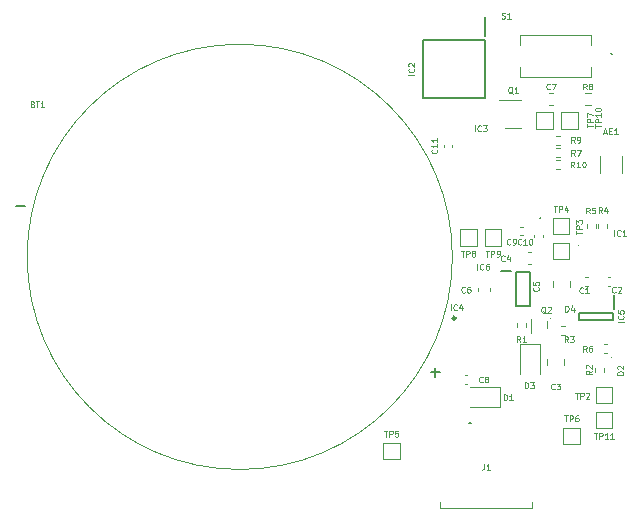
<source format=gbr>
%TF.GenerationSoftware,KiCad,Pcbnew,(6.0.0)*%
%TF.CreationDate,2022-02-22T11:37:22+00:00*%
%TF.ProjectId,Tracer,54726163-6572-42e6-9b69-6361645f7063,A*%
%TF.SameCoordinates,Original*%
%TF.FileFunction,Legend,Top*%
%TF.FilePolarity,Positive*%
%FSLAX46Y46*%
G04 Gerber Fmt 4.6, Leading zero omitted, Abs format (unit mm)*
G04 Created by KiCad (PCBNEW (6.0.0)) date 2022-02-22 11:37:22*
%MOMM*%
%LPD*%
G01*
G04 APERTURE LIST*
%ADD10C,0.075000*%
%ADD11C,0.150000*%
%ADD12C,0.120000*%
%ADD13C,0.027000*%
%ADD14C,0.200000*%
%ADD15C,0.100000*%
%ADD16C,0.250000*%
G04 APERTURE END LIST*
D10*
%TO.C,R10*%
X175778571Y-88726190D02*
X175611904Y-88488095D01*
X175492857Y-88726190D02*
X175492857Y-88226190D01*
X175683333Y-88226190D01*
X175730952Y-88250000D01*
X175754761Y-88273809D01*
X175778571Y-88321428D01*
X175778571Y-88392857D01*
X175754761Y-88440476D01*
X175730952Y-88464285D01*
X175683333Y-88488095D01*
X175492857Y-88488095D01*
X176254761Y-88726190D02*
X175969047Y-88726190D01*
X176111904Y-88726190D02*
X176111904Y-88226190D01*
X176064285Y-88297619D01*
X176016666Y-88345238D01*
X175969047Y-88369047D01*
X176564285Y-88226190D02*
X176611904Y-88226190D01*
X176659523Y-88250000D01*
X176683333Y-88273809D01*
X176707142Y-88321428D01*
X176730952Y-88416666D01*
X176730952Y-88535714D01*
X176707142Y-88630952D01*
X176683333Y-88678571D01*
X176659523Y-88702380D01*
X176611904Y-88726190D01*
X176564285Y-88726190D01*
X176516666Y-88702380D01*
X176492857Y-88678571D01*
X176469047Y-88630952D01*
X176445238Y-88535714D01*
X176445238Y-88416666D01*
X176469047Y-88321428D01*
X176492857Y-88273809D01*
X176516666Y-88250000D01*
X176564285Y-88226190D01*
%TO.C,C1*%
X176516666Y-99328571D02*
X176492857Y-99352380D01*
X176421428Y-99376190D01*
X176373809Y-99376190D01*
X176302380Y-99352380D01*
X176254761Y-99304761D01*
X176230952Y-99257142D01*
X176207142Y-99161904D01*
X176207142Y-99090476D01*
X176230952Y-98995238D01*
X176254761Y-98947619D01*
X176302380Y-98900000D01*
X176373809Y-98876190D01*
X176421428Y-98876190D01*
X176492857Y-98900000D01*
X176516666Y-98923809D01*
X176992857Y-99376190D02*
X176707142Y-99376190D01*
X176850000Y-99376190D02*
X176850000Y-98876190D01*
X176802380Y-98947619D01*
X176754761Y-98995238D01*
X176707142Y-99019047D01*
%TO.C,BT1*%
X129907142Y-83364285D02*
X129978571Y-83388095D01*
X130002380Y-83411904D01*
X130026190Y-83459523D01*
X130026190Y-83530952D01*
X130002380Y-83578571D01*
X129978571Y-83602380D01*
X129930952Y-83626190D01*
X129740476Y-83626190D01*
X129740476Y-83126190D01*
X129907142Y-83126190D01*
X129954761Y-83150000D01*
X129978571Y-83173809D01*
X130002380Y-83221428D01*
X130002380Y-83269047D01*
X129978571Y-83316666D01*
X129954761Y-83340476D01*
X129907142Y-83364285D01*
X129740476Y-83364285D01*
X130169047Y-83126190D02*
X130454761Y-83126190D01*
X130311904Y-83626190D02*
X130311904Y-83126190D01*
X130883333Y-83626190D02*
X130597619Y-83626190D01*
X130740476Y-83626190D02*
X130740476Y-83126190D01*
X130692857Y-83197619D01*
X130645238Y-83245238D01*
X130597619Y-83269047D01*
D11*
X163619047Y-106071428D02*
X164380952Y-106071428D01*
X164000000Y-106452380D02*
X164000000Y-105690476D01*
X128519047Y-91971428D02*
X129280952Y-91971428D01*
D10*
%TO.C,C5*%
X172728571Y-98883333D02*
X172752380Y-98907142D01*
X172776190Y-98978571D01*
X172776190Y-99026190D01*
X172752380Y-99097619D01*
X172704761Y-99145238D01*
X172657142Y-99169047D01*
X172561904Y-99192857D01*
X172490476Y-99192857D01*
X172395238Y-99169047D01*
X172347619Y-99145238D01*
X172300000Y-99097619D01*
X172276190Y-99026190D01*
X172276190Y-98978571D01*
X172300000Y-98907142D01*
X172323809Y-98883333D01*
X172276190Y-98430952D02*
X172276190Y-98669047D01*
X172514285Y-98692857D01*
X172490476Y-98669047D01*
X172466666Y-98621428D01*
X172466666Y-98502380D01*
X172490476Y-98454761D01*
X172514285Y-98430952D01*
X172561904Y-98407142D01*
X172680952Y-98407142D01*
X172728571Y-98430952D01*
X172752380Y-98454761D01*
X172776190Y-98502380D01*
X172776190Y-98621428D01*
X172752380Y-98669047D01*
X172728571Y-98692857D01*
%TO.C,D1*%
X169810952Y-108430190D02*
X169810952Y-107930190D01*
X169930000Y-107930190D01*
X170001428Y-107954000D01*
X170049047Y-108001619D01*
X170072857Y-108049238D01*
X170096666Y-108144476D01*
X170096666Y-108215904D01*
X170072857Y-108311142D01*
X170049047Y-108358761D01*
X170001428Y-108406380D01*
X169930000Y-108430190D01*
X169810952Y-108430190D01*
X170572857Y-108430190D02*
X170287142Y-108430190D01*
X170430000Y-108430190D02*
X170430000Y-107930190D01*
X170382380Y-108001619D01*
X170334761Y-108049238D01*
X170287142Y-108073047D01*
%TO.C,Q2*%
X173352380Y-101073809D02*
X173304761Y-101050000D01*
X173257142Y-101002380D01*
X173185714Y-100930952D01*
X173138095Y-100907142D01*
X173090476Y-100907142D01*
X173114285Y-101026190D02*
X173066666Y-101002380D01*
X173019047Y-100954761D01*
X172995238Y-100859523D01*
X172995238Y-100692857D01*
X173019047Y-100597619D01*
X173066666Y-100550000D01*
X173114285Y-100526190D01*
X173209523Y-100526190D01*
X173257142Y-100550000D01*
X173304761Y-100597619D01*
X173328571Y-100692857D01*
X173328571Y-100859523D01*
X173304761Y-100954761D01*
X173257142Y-101002380D01*
X173209523Y-101026190D01*
X173114285Y-101026190D01*
X173519047Y-100573809D02*
X173542857Y-100550000D01*
X173590476Y-100526190D01*
X173709523Y-100526190D01*
X173757142Y-100550000D01*
X173780952Y-100573809D01*
X173804761Y-100621428D01*
X173804761Y-100669047D01*
X173780952Y-100740476D01*
X173495238Y-101026190D01*
X173804761Y-101026190D01*
%TO.C,R7*%
X175816666Y-87726190D02*
X175650000Y-87488095D01*
X175530952Y-87726190D02*
X175530952Y-87226190D01*
X175721428Y-87226190D01*
X175769047Y-87250000D01*
X175792857Y-87273809D01*
X175816666Y-87321428D01*
X175816666Y-87392857D01*
X175792857Y-87440476D01*
X175769047Y-87464285D01*
X175721428Y-87488095D01*
X175530952Y-87488095D01*
X175983333Y-87226190D02*
X176316666Y-87226190D01*
X176102380Y-87726190D01*
%TO.C,C3*%
X174116666Y-107478571D02*
X174092857Y-107502380D01*
X174021428Y-107526190D01*
X173973809Y-107526190D01*
X173902380Y-107502380D01*
X173854761Y-107454761D01*
X173830952Y-107407142D01*
X173807142Y-107311904D01*
X173807142Y-107240476D01*
X173830952Y-107145238D01*
X173854761Y-107097619D01*
X173902380Y-107050000D01*
X173973809Y-107026190D01*
X174021428Y-107026190D01*
X174092857Y-107050000D01*
X174116666Y-107073809D01*
X174283333Y-107026190D02*
X174592857Y-107026190D01*
X174426190Y-107216666D01*
X174497619Y-107216666D01*
X174545238Y-107240476D01*
X174569047Y-107264285D01*
X174592857Y-107311904D01*
X174592857Y-107430952D01*
X174569047Y-107478571D01*
X174545238Y-107502380D01*
X174497619Y-107526190D01*
X174354761Y-107526190D01*
X174307142Y-107502380D01*
X174283333Y-107478571D01*
%TO.C,IC1*%
X179161904Y-94526190D02*
X179161904Y-94026190D01*
X179685714Y-94478571D02*
X179661904Y-94502380D01*
X179590476Y-94526190D01*
X179542857Y-94526190D01*
X179471428Y-94502380D01*
X179423809Y-94454761D01*
X179400000Y-94407142D01*
X179376190Y-94311904D01*
X179376190Y-94240476D01*
X179400000Y-94145238D01*
X179423809Y-94097619D01*
X179471428Y-94050000D01*
X179542857Y-94026190D01*
X179590476Y-94026190D01*
X179661904Y-94050000D01*
X179685714Y-94073809D01*
X180161904Y-94526190D02*
X179876190Y-94526190D01*
X180019047Y-94526190D02*
X180019047Y-94026190D01*
X179971428Y-94097619D01*
X179923809Y-94145238D01*
X179876190Y-94169047D01*
%TO.C,J1*%
X168133333Y-113825690D02*
X168133333Y-114182833D01*
X168109523Y-114254261D01*
X168061904Y-114301880D01*
X167990476Y-114325690D01*
X167942857Y-114325690D01*
X168633333Y-114325690D02*
X168347619Y-114325690D01*
X168490476Y-114325690D02*
X168490476Y-113825690D01*
X168442857Y-113897119D01*
X168395238Y-113944738D01*
X168347619Y-113968547D01*
%TO.C,IC5*%
X179951190Y-101813095D02*
X179451190Y-101813095D01*
X179903571Y-101289285D02*
X179927380Y-101313095D01*
X179951190Y-101384523D01*
X179951190Y-101432142D01*
X179927380Y-101503571D01*
X179879761Y-101551190D01*
X179832142Y-101575000D01*
X179736904Y-101598809D01*
X179665476Y-101598809D01*
X179570238Y-101575000D01*
X179522619Y-101551190D01*
X179475000Y-101503571D01*
X179451190Y-101432142D01*
X179451190Y-101384523D01*
X179475000Y-101313095D01*
X179498809Y-101289285D01*
X179451190Y-100836904D02*
X179451190Y-101075000D01*
X179689285Y-101098809D01*
X179665476Y-101075000D01*
X179641666Y-101027380D01*
X179641666Y-100908333D01*
X179665476Y-100860714D01*
X179689285Y-100836904D01*
X179736904Y-100813095D01*
X179855952Y-100813095D01*
X179903571Y-100836904D01*
X179927380Y-100860714D01*
X179951190Y-100908333D01*
X179951190Y-101027380D01*
X179927380Y-101075000D01*
X179903571Y-101098809D01*
%TO.C,TP9*%
X168269047Y-95776190D02*
X168554761Y-95776190D01*
X168411904Y-96276190D02*
X168411904Y-95776190D01*
X168721428Y-96276190D02*
X168721428Y-95776190D01*
X168911904Y-95776190D01*
X168959523Y-95800000D01*
X168983333Y-95823809D01*
X169007142Y-95871428D01*
X169007142Y-95942857D01*
X168983333Y-95990476D01*
X168959523Y-96014285D01*
X168911904Y-96038095D01*
X168721428Y-96038095D01*
X169245238Y-96276190D02*
X169340476Y-96276190D01*
X169388095Y-96252380D01*
X169411904Y-96228571D01*
X169459523Y-96157142D01*
X169483333Y-96061904D01*
X169483333Y-95871428D01*
X169459523Y-95823809D01*
X169435714Y-95800000D01*
X169388095Y-95776190D01*
X169292857Y-95776190D01*
X169245238Y-95800000D01*
X169221428Y-95823809D01*
X169197619Y-95871428D01*
X169197619Y-95990476D01*
X169221428Y-96038095D01*
X169245238Y-96061904D01*
X169292857Y-96085714D01*
X169388095Y-96085714D01*
X169435714Y-96061904D01*
X169459523Y-96038095D01*
X169483333Y-95990476D01*
%TO.C,R2*%
X177256190Y-105933333D02*
X177018095Y-106100000D01*
X177256190Y-106219047D02*
X176756190Y-106219047D01*
X176756190Y-106028571D01*
X176780000Y-105980952D01*
X176803809Y-105957142D01*
X176851428Y-105933333D01*
X176922857Y-105933333D01*
X176970476Y-105957142D01*
X176994285Y-105980952D01*
X177018095Y-106028571D01*
X177018095Y-106219047D01*
X176803809Y-105742857D02*
X176780000Y-105719047D01*
X176756190Y-105671428D01*
X176756190Y-105552380D01*
X176780000Y-105504761D01*
X176803809Y-105480952D01*
X176851428Y-105457142D01*
X176899047Y-105457142D01*
X176970476Y-105480952D01*
X177256190Y-105766666D01*
X177256190Y-105457142D01*
%TO.C,C10*%
X171278571Y-95228571D02*
X171254761Y-95252380D01*
X171183333Y-95276190D01*
X171135714Y-95276190D01*
X171064285Y-95252380D01*
X171016666Y-95204761D01*
X170992857Y-95157142D01*
X170969047Y-95061904D01*
X170969047Y-94990476D01*
X170992857Y-94895238D01*
X171016666Y-94847619D01*
X171064285Y-94800000D01*
X171135714Y-94776190D01*
X171183333Y-94776190D01*
X171254761Y-94800000D01*
X171278571Y-94823809D01*
X171754761Y-95276190D02*
X171469047Y-95276190D01*
X171611904Y-95276190D02*
X171611904Y-94776190D01*
X171564285Y-94847619D01*
X171516666Y-94895238D01*
X171469047Y-94919047D01*
X172064285Y-94776190D02*
X172111904Y-94776190D01*
X172159523Y-94800000D01*
X172183333Y-94823809D01*
X172207142Y-94871428D01*
X172230952Y-94966666D01*
X172230952Y-95085714D01*
X172207142Y-95180952D01*
X172183333Y-95228571D01*
X172159523Y-95252380D01*
X172111904Y-95276190D01*
X172064285Y-95276190D01*
X172016666Y-95252380D01*
X171992857Y-95228571D01*
X171969047Y-95180952D01*
X171945238Y-95085714D01*
X171945238Y-94966666D01*
X171969047Y-94871428D01*
X171992857Y-94823809D01*
X172016666Y-94800000D01*
X172064285Y-94776190D01*
%TO.C,TP3*%
X175926190Y-94380952D02*
X175926190Y-94095238D01*
X176426190Y-94238095D02*
X175926190Y-94238095D01*
X176426190Y-93928571D02*
X175926190Y-93928571D01*
X175926190Y-93738095D01*
X175950000Y-93690476D01*
X175973809Y-93666666D01*
X176021428Y-93642857D01*
X176092857Y-93642857D01*
X176140476Y-93666666D01*
X176164285Y-93690476D01*
X176188095Y-93738095D01*
X176188095Y-93928571D01*
X175926190Y-93476190D02*
X175926190Y-93166666D01*
X176116666Y-93333333D01*
X176116666Y-93261904D01*
X176140476Y-93214285D01*
X176164285Y-93190476D01*
X176211904Y-93166666D01*
X176330952Y-93166666D01*
X176378571Y-93190476D01*
X176402380Y-93214285D01*
X176426190Y-93261904D01*
X176426190Y-93404761D01*
X176402380Y-93452380D01*
X176378571Y-93476190D01*
%TO.C,IC6*%
X167561904Y-97376190D02*
X167561904Y-96876190D01*
X168085714Y-97328571D02*
X168061904Y-97352380D01*
X167990476Y-97376190D01*
X167942857Y-97376190D01*
X167871428Y-97352380D01*
X167823809Y-97304761D01*
X167800000Y-97257142D01*
X167776190Y-97161904D01*
X167776190Y-97090476D01*
X167800000Y-96995238D01*
X167823809Y-96947619D01*
X167871428Y-96900000D01*
X167942857Y-96876190D01*
X167990476Y-96876190D01*
X168061904Y-96900000D01*
X168085714Y-96923809D01*
X168514285Y-96876190D02*
X168419047Y-96876190D01*
X168371428Y-96900000D01*
X168347619Y-96923809D01*
X168300000Y-96995238D01*
X168276190Y-97090476D01*
X168276190Y-97280952D01*
X168300000Y-97328571D01*
X168323809Y-97352380D01*
X168371428Y-97376190D01*
X168466666Y-97376190D01*
X168514285Y-97352380D01*
X168538095Y-97328571D01*
X168561904Y-97280952D01*
X168561904Y-97161904D01*
X168538095Y-97114285D01*
X168514285Y-97090476D01*
X168466666Y-97066666D01*
X168371428Y-97066666D01*
X168323809Y-97090476D01*
X168300000Y-97114285D01*
X168276190Y-97161904D01*
%TO.C,R4*%
X178116666Y-92576190D02*
X177950000Y-92338095D01*
X177830952Y-92576190D02*
X177830952Y-92076190D01*
X178021428Y-92076190D01*
X178069047Y-92100000D01*
X178092857Y-92123809D01*
X178116666Y-92171428D01*
X178116666Y-92242857D01*
X178092857Y-92290476D01*
X178069047Y-92314285D01*
X178021428Y-92338095D01*
X177830952Y-92338095D01*
X178545238Y-92242857D02*
X178545238Y-92576190D01*
X178426190Y-92052380D02*
X178307142Y-92409523D01*
X178616666Y-92409523D01*
%TO.C,R6*%
X176816666Y-104326190D02*
X176650000Y-104088095D01*
X176530952Y-104326190D02*
X176530952Y-103826190D01*
X176721428Y-103826190D01*
X176769047Y-103850000D01*
X176792857Y-103873809D01*
X176816666Y-103921428D01*
X176816666Y-103992857D01*
X176792857Y-104040476D01*
X176769047Y-104064285D01*
X176721428Y-104088095D01*
X176530952Y-104088095D01*
X177245238Y-103826190D02*
X177150000Y-103826190D01*
X177102380Y-103850000D01*
X177078571Y-103873809D01*
X177030952Y-103945238D01*
X177007142Y-104040476D01*
X177007142Y-104230952D01*
X177030952Y-104278571D01*
X177054761Y-104302380D01*
X177102380Y-104326190D01*
X177197619Y-104326190D01*
X177245238Y-104302380D01*
X177269047Y-104278571D01*
X177292857Y-104230952D01*
X177292857Y-104111904D01*
X177269047Y-104064285D01*
X177245238Y-104040476D01*
X177197619Y-104016666D01*
X177102380Y-104016666D01*
X177054761Y-104040476D01*
X177030952Y-104064285D01*
X177007142Y-104111904D01*
%TO.C,TP11*%
X177430952Y-111201190D02*
X177716666Y-111201190D01*
X177573809Y-111701190D02*
X177573809Y-111201190D01*
X177883333Y-111701190D02*
X177883333Y-111201190D01*
X178073809Y-111201190D01*
X178121428Y-111225000D01*
X178145238Y-111248809D01*
X178169047Y-111296428D01*
X178169047Y-111367857D01*
X178145238Y-111415476D01*
X178121428Y-111439285D01*
X178073809Y-111463095D01*
X177883333Y-111463095D01*
X178645238Y-111701190D02*
X178359523Y-111701190D01*
X178502380Y-111701190D02*
X178502380Y-111201190D01*
X178454761Y-111272619D01*
X178407142Y-111320238D01*
X178359523Y-111344047D01*
X179121428Y-111701190D02*
X178835714Y-111701190D01*
X178978571Y-111701190D02*
X178978571Y-111201190D01*
X178930952Y-111272619D01*
X178883333Y-111320238D01*
X178835714Y-111344047D01*
%TO.C,TP6*%
X174919047Y-109728190D02*
X175204761Y-109728190D01*
X175061904Y-110228190D02*
X175061904Y-109728190D01*
X175371428Y-110228190D02*
X175371428Y-109728190D01*
X175561904Y-109728190D01*
X175609523Y-109752000D01*
X175633333Y-109775809D01*
X175657142Y-109823428D01*
X175657142Y-109894857D01*
X175633333Y-109942476D01*
X175609523Y-109966285D01*
X175561904Y-109990095D01*
X175371428Y-109990095D01*
X176085714Y-109728190D02*
X175990476Y-109728190D01*
X175942857Y-109752000D01*
X175919047Y-109775809D01*
X175871428Y-109847238D01*
X175847619Y-109942476D01*
X175847619Y-110132952D01*
X175871428Y-110180571D01*
X175895238Y-110204380D01*
X175942857Y-110228190D01*
X176038095Y-110228190D01*
X176085714Y-110204380D01*
X176109523Y-110180571D01*
X176133333Y-110132952D01*
X176133333Y-110013904D01*
X176109523Y-109966285D01*
X176085714Y-109942476D01*
X176038095Y-109918666D01*
X175942857Y-109918666D01*
X175895238Y-109942476D01*
X175871428Y-109966285D01*
X175847619Y-110013904D01*
%TO.C,TP8*%
X166169047Y-95776190D02*
X166454761Y-95776190D01*
X166311904Y-96276190D02*
X166311904Y-95776190D01*
X166621428Y-96276190D02*
X166621428Y-95776190D01*
X166811904Y-95776190D01*
X166859523Y-95800000D01*
X166883333Y-95823809D01*
X166907142Y-95871428D01*
X166907142Y-95942857D01*
X166883333Y-95990476D01*
X166859523Y-96014285D01*
X166811904Y-96038095D01*
X166621428Y-96038095D01*
X167192857Y-95990476D02*
X167145238Y-95966666D01*
X167121428Y-95942857D01*
X167097619Y-95895238D01*
X167097619Y-95871428D01*
X167121428Y-95823809D01*
X167145238Y-95800000D01*
X167192857Y-95776190D01*
X167288095Y-95776190D01*
X167335714Y-95800000D01*
X167359523Y-95823809D01*
X167383333Y-95871428D01*
X167383333Y-95895238D01*
X167359523Y-95942857D01*
X167335714Y-95966666D01*
X167288095Y-95990476D01*
X167192857Y-95990476D01*
X167145238Y-96014285D01*
X167121428Y-96038095D01*
X167097619Y-96085714D01*
X167097619Y-96180952D01*
X167121428Y-96228571D01*
X167145238Y-96252380D01*
X167192857Y-96276190D01*
X167288095Y-96276190D01*
X167335714Y-96252380D01*
X167359523Y-96228571D01*
X167383333Y-96180952D01*
X167383333Y-96085714D01*
X167359523Y-96038095D01*
X167335714Y-96014285D01*
X167288095Y-95990476D01*
%TO.C,R3*%
X175241666Y-103526190D02*
X175075000Y-103288095D01*
X174955952Y-103526190D02*
X174955952Y-103026190D01*
X175146428Y-103026190D01*
X175194047Y-103050000D01*
X175217857Y-103073809D01*
X175241666Y-103121428D01*
X175241666Y-103192857D01*
X175217857Y-103240476D01*
X175194047Y-103264285D01*
X175146428Y-103288095D01*
X174955952Y-103288095D01*
X175408333Y-103026190D02*
X175717857Y-103026190D01*
X175551190Y-103216666D01*
X175622619Y-103216666D01*
X175670238Y-103240476D01*
X175694047Y-103264285D01*
X175717857Y-103311904D01*
X175717857Y-103430952D01*
X175694047Y-103478571D01*
X175670238Y-103502380D01*
X175622619Y-103526190D01*
X175479761Y-103526190D01*
X175432142Y-103502380D01*
X175408333Y-103478571D01*
%TO.C,C2*%
X179266666Y-99278571D02*
X179242857Y-99302380D01*
X179171428Y-99326190D01*
X179123809Y-99326190D01*
X179052380Y-99302380D01*
X179004761Y-99254761D01*
X178980952Y-99207142D01*
X178957142Y-99111904D01*
X178957142Y-99040476D01*
X178980952Y-98945238D01*
X179004761Y-98897619D01*
X179052380Y-98850000D01*
X179123809Y-98826190D01*
X179171428Y-98826190D01*
X179242857Y-98850000D01*
X179266666Y-98873809D01*
X179457142Y-98873809D02*
X179480952Y-98850000D01*
X179528571Y-98826190D01*
X179647619Y-98826190D01*
X179695238Y-98850000D01*
X179719047Y-98873809D01*
X179742857Y-98921428D01*
X179742857Y-98969047D01*
X179719047Y-99040476D01*
X179433333Y-99326190D01*
X179742857Y-99326190D01*
%TO.C,S1*%
X169619047Y-76102380D02*
X169690476Y-76126190D01*
X169809523Y-76126190D01*
X169857142Y-76102380D01*
X169880952Y-76078571D01*
X169904761Y-76030952D01*
X169904761Y-75983333D01*
X169880952Y-75935714D01*
X169857142Y-75911904D01*
X169809523Y-75888095D01*
X169714285Y-75864285D01*
X169666666Y-75840476D01*
X169642857Y-75816666D01*
X169619047Y-75769047D01*
X169619047Y-75721428D01*
X169642857Y-75673809D01*
X169666666Y-75650000D01*
X169714285Y-75626190D01*
X169833333Y-75626190D01*
X169904761Y-75650000D01*
X170380952Y-76126190D02*
X170095238Y-76126190D01*
X170238095Y-76126190D02*
X170238095Y-75626190D01*
X170190476Y-75697619D01*
X170142857Y-75745238D01*
X170095238Y-75769047D01*
%TO.C,D3*%
X171605952Y-107426190D02*
X171605952Y-106926190D01*
X171725000Y-106926190D01*
X171796428Y-106950000D01*
X171844047Y-106997619D01*
X171867857Y-107045238D01*
X171891666Y-107140476D01*
X171891666Y-107211904D01*
X171867857Y-107307142D01*
X171844047Y-107354761D01*
X171796428Y-107402380D01*
X171725000Y-107426190D01*
X171605952Y-107426190D01*
X172058333Y-106926190D02*
X172367857Y-106926190D01*
X172201190Y-107116666D01*
X172272619Y-107116666D01*
X172320238Y-107140476D01*
X172344047Y-107164285D01*
X172367857Y-107211904D01*
X172367857Y-107330952D01*
X172344047Y-107378571D01*
X172320238Y-107402380D01*
X172272619Y-107426190D01*
X172129761Y-107426190D01*
X172082142Y-107402380D01*
X172058333Y-107378571D01*
%TO.C,C4*%
X169866666Y-96628571D02*
X169842857Y-96652380D01*
X169771428Y-96676190D01*
X169723809Y-96676190D01*
X169652380Y-96652380D01*
X169604761Y-96604761D01*
X169580952Y-96557142D01*
X169557142Y-96461904D01*
X169557142Y-96390476D01*
X169580952Y-96295238D01*
X169604761Y-96247619D01*
X169652380Y-96200000D01*
X169723809Y-96176190D01*
X169771428Y-96176190D01*
X169842857Y-96200000D01*
X169866666Y-96223809D01*
X170295238Y-96342857D02*
X170295238Y-96676190D01*
X170176190Y-96152380D02*
X170057142Y-96509523D01*
X170366666Y-96509523D01*
%TO.C,R1*%
X171216666Y-103526190D02*
X171050000Y-103288095D01*
X170930952Y-103526190D02*
X170930952Y-103026190D01*
X171121428Y-103026190D01*
X171169047Y-103050000D01*
X171192857Y-103073809D01*
X171216666Y-103121428D01*
X171216666Y-103192857D01*
X171192857Y-103240476D01*
X171169047Y-103264285D01*
X171121428Y-103288095D01*
X170930952Y-103288095D01*
X171692857Y-103526190D02*
X171407142Y-103526190D01*
X171550000Y-103526190D02*
X171550000Y-103026190D01*
X171502380Y-103097619D01*
X171454761Y-103145238D01*
X171407142Y-103169047D01*
%TO.C,IC4*%
X165311904Y-100826190D02*
X165311904Y-100326190D01*
X165835714Y-100778571D02*
X165811904Y-100802380D01*
X165740476Y-100826190D01*
X165692857Y-100826190D01*
X165621428Y-100802380D01*
X165573809Y-100754761D01*
X165550000Y-100707142D01*
X165526190Y-100611904D01*
X165526190Y-100540476D01*
X165550000Y-100445238D01*
X165573809Y-100397619D01*
X165621428Y-100350000D01*
X165692857Y-100326190D01*
X165740476Y-100326190D01*
X165811904Y-100350000D01*
X165835714Y-100373809D01*
X166264285Y-100492857D02*
X166264285Y-100826190D01*
X166145238Y-100302380D02*
X166026190Y-100659523D01*
X166335714Y-100659523D01*
%TO.C,TP10*%
X177526190Y-85369047D02*
X177526190Y-85083333D01*
X178026190Y-85226190D02*
X177526190Y-85226190D01*
X178026190Y-84916666D02*
X177526190Y-84916666D01*
X177526190Y-84726190D01*
X177550000Y-84678571D01*
X177573809Y-84654761D01*
X177621428Y-84630952D01*
X177692857Y-84630952D01*
X177740476Y-84654761D01*
X177764285Y-84678571D01*
X177788095Y-84726190D01*
X177788095Y-84916666D01*
X178026190Y-84154761D02*
X178026190Y-84440476D01*
X178026190Y-84297619D02*
X177526190Y-84297619D01*
X177597619Y-84345238D01*
X177645238Y-84392857D01*
X177669047Y-84440476D01*
X177526190Y-83845238D02*
X177526190Y-83797619D01*
X177550000Y-83750000D01*
X177573809Y-83726190D01*
X177621428Y-83702380D01*
X177716666Y-83678571D01*
X177835714Y-83678571D01*
X177930952Y-83702380D01*
X177978571Y-83726190D01*
X178002380Y-83750000D01*
X178026190Y-83797619D01*
X178026190Y-83845238D01*
X178002380Y-83892857D01*
X177978571Y-83916666D01*
X177930952Y-83940476D01*
X177835714Y-83964285D01*
X177716666Y-83964285D01*
X177621428Y-83940476D01*
X177573809Y-83916666D01*
X177550000Y-83892857D01*
X177526190Y-83845238D01*
%TO.C,AE1*%
X178266666Y-85783333D02*
X178504761Y-85783333D01*
X178219047Y-85926190D02*
X178385714Y-85426190D01*
X178552380Y-85926190D01*
X178719047Y-85664285D02*
X178885714Y-85664285D01*
X178957142Y-85926190D02*
X178719047Y-85926190D01*
X178719047Y-85426190D01*
X178957142Y-85426190D01*
X179433333Y-85926190D02*
X179147619Y-85926190D01*
X179290476Y-85926190D02*
X179290476Y-85426190D01*
X179242857Y-85497619D01*
X179195238Y-85545238D01*
X179147619Y-85569047D01*
%TO.C,R9*%
X175816666Y-86626190D02*
X175650000Y-86388095D01*
X175530952Y-86626190D02*
X175530952Y-86126190D01*
X175721428Y-86126190D01*
X175769047Y-86150000D01*
X175792857Y-86173809D01*
X175816666Y-86221428D01*
X175816666Y-86292857D01*
X175792857Y-86340476D01*
X175769047Y-86364285D01*
X175721428Y-86388095D01*
X175530952Y-86388095D01*
X176054761Y-86626190D02*
X176150000Y-86626190D01*
X176197619Y-86602380D01*
X176221428Y-86578571D01*
X176269047Y-86507142D01*
X176292857Y-86411904D01*
X176292857Y-86221428D01*
X176269047Y-86173809D01*
X176245238Y-86150000D01*
X176197619Y-86126190D01*
X176102380Y-86126190D01*
X176054761Y-86150000D01*
X176030952Y-86173809D01*
X176007142Y-86221428D01*
X176007142Y-86340476D01*
X176030952Y-86388095D01*
X176054761Y-86411904D01*
X176102380Y-86435714D01*
X176197619Y-86435714D01*
X176245238Y-86411904D01*
X176269047Y-86388095D01*
X176292857Y-86340476D01*
%TO.C,Q1*%
X170552380Y-82473809D02*
X170504761Y-82450000D01*
X170457142Y-82402380D01*
X170385714Y-82330952D01*
X170338095Y-82307142D01*
X170290476Y-82307142D01*
X170314285Y-82426190D02*
X170266666Y-82402380D01*
X170219047Y-82354761D01*
X170195238Y-82259523D01*
X170195238Y-82092857D01*
X170219047Y-81997619D01*
X170266666Y-81950000D01*
X170314285Y-81926190D01*
X170409523Y-81926190D01*
X170457142Y-81950000D01*
X170504761Y-81997619D01*
X170528571Y-82092857D01*
X170528571Y-82259523D01*
X170504761Y-82354761D01*
X170457142Y-82402380D01*
X170409523Y-82426190D01*
X170314285Y-82426190D01*
X171004761Y-82426190D02*
X170719047Y-82426190D01*
X170861904Y-82426190D02*
X170861904Y-81926190D01*
X170814285Y-81997619D01*
X170766666Y-82045238D01*
X170719047Y-82069047D01*
%TO.C,IC3*%
X167361904Y-85676190D02*
X167361904Y-85176190D01*
X167885714Y-85628571D02*
X167861904Y-85652380D01*
X167790476Y-85676190D01*
X167742857Y-85676190D01*
X167671428Y-85652380D01*
X167623809Y-85604761D01*
X167600000Y-85557142D01*
X167576190Y-85461904D01*
X167576190Y-85390476D01*
X167600000Y-85295238D01*
X167623809Y-85247619D01*
X167671428Y-85200000D01*
X167742857Y-85176190D01*
X167790476Y-85176190D01*
X167861904Y-85200000D01*
X167885714Y-85223809D01*
X168052380Y-85176190D02*
X168361904Y-85176190D01*
X168195238Y-85366666D01*
X168266666Y-85366666D01*
X168314285Y-85390476D01*
X168338095Y-85414285D01*
X168361904Y-85461904D01*
X168361904Y-85580952D01*
X168338095Y-85628571D01*
X168314285Y-85652380D01*
X168266666Y-85676190D01*
X168123809Y-85676190D01*
X168076190Y-85652380D01*
X168052380Y-85628571D01*
%TO.C,C6*%
X166516666Y-99278571D02*
X166492857Y-99302380D01*
X166421428Y-99326190D01*
X166373809Y-99326190D01*
X166302380Y-99302380D01*
X166254761Y-99254761D01*
X166230952Y-99207142D01*
X166207142Y-99111904D01*
X166207142Y-99040476D01*
X166230952Y-98945238D01*
X166254761Y-98897619D01*
X166302380Y-98850000D01*
X166373809Y-98826190D01*
X166421428Y-98826190D01*
X166492857Y-98850000D01*
X166516666Y-98873809D01*
X166945238Y-98826190D02*
X166850000Y-98826190D01*
X166802380Y-98850000D01*
X166778571Y-98873809D01*
X166730952Y-98945238D01*
X166707142Y-99040476D01*
X166707142Y-99230952D01*
X166730952Y-99278571D01*
X166754761Y-99302380D01*
X166802380Y-99326190D01*
X166897619Y-99326190D01*
X166945238Y-99302380D01*
X166969047Y-99278571D01*
X166992857Y-99230952D01*
X166992857Y-99111904D01*
X166969047Y-99064285D01*
X166945238Y-99040476D01*
X166897619Y-99016666D01*
X166802380Y-99016666D01*
X166754761Y-99040476D01*
X166730952Y-99064285D01*
X166707142Y-99111904D01*
%TO.C,TP5*%
X159669047Y-111028190D02*
X159954761Y-111028190D01*
X159811904Y-111528190D02*
X159811904Y-111028190D01*
X160121428Y-111528190D02*
X160121428Y-111028190D01*
X160311904Y-111028190D01*
X160359523Y-111052000D01*
X160383333Y-111075809D01*
X160407142Y-111123428D01*
X160407142Y-111194857D01*
X160383333Y-111242476D01*
X160359523Y-111266285D01*
X160311904Y-111290095D01*
X160121428Y-111290095D01*
X160859523Y-111028190D02*
X160621428Y-111028190D01*
X160597619Y-111266285D01*
X160621428Y-111242476D01*
X160669047Y-111218666D01*
X160788095Y-111218666D01*
X160835714Y-111242476D01*
X160859523Y-111266285D01*
X160883333Y-111313904D01*
X160883333Y-111432952D01*
X160859523Y-111480571D01*
X160835714Y-111504380D01*
X160788095Y-111528190D01*
X160669047Y-111528190D01*
X160621428Y-111504380D01*
X160597619Y-111480571D01*
%TO.C,C7*%
X173716666Y-82078571D02*
X173692857Y-82102380D01*
X173621428Y-82126190D01*
X173573809Y-82126190D01*
X173502380Y-82102380D01*
X173454761Y-82054761D01*
X173430952Y-82007142D01*
X173407142Y-81911904D01*
X173407142Y-81840476D01*
X173430952Y-81745238D01*
X173454761Y-81697619D01*
X173502380Y-81650000D01*
X173573809Y-81626190D01*
X173621428Y-81626190D01*
X173692857Y-81650000D01*
X173716666Y-81673809D01*
X173883333Y-81626190D02*
X174216666Y-81626190D01*
X174002380Y-82126190D01*
%TO.C,IC2*%
X162226190Y-80888095D02*
X161726190Y-80888095D01*
X162178571Y-80364285D02*
X162202380Y-80388095D01*
X162226190Y-80459523D01*
X162226190Y-80507142D01*
X162202380Y-80578571D01*
X162154761Y-80626190D01*
X162107142Y-80650000D01*
X162011904Y-80673809D01*
X161940476Y-80673809D01*
X161845238Y-80650000D01*
X161797619Y-80626190D01*
X161750000Y-80578571D01*
X161726190Y-80507142D01*
X161726190Y-80459523D01*
X161750000Y-80388095D01*
X161773809Y-80364285D01*
X161773809Y-80173809D02*
X161750000Y-80150000D01*
X161726190Y-80102380D01*
X161726190Y-79983333D01*
X161750000Y-79935714D01*
X161773809Y-79911904D01*
X161821428Y-79888095D01*
X161869047Y-79888095D01*
X161940476Y-79911904D01*
X162226190Y-80197619D01*
X162226190Y-79888095D01*
%TO.C,R5*%
X177066666Y-92626190D02*
X176900000Y-92388095D01*
X176780952Y-92626190D02*
X176780952Y-92126190D01*
X176971428Y-92126190D01*
X177019047Y-92150000D01*
X177042857Y-92173809D01*
X177066666Y-92221428D01*
X177066666Y-92292857D01*
X177042857Y-92340476D01*
X177019047Y-92364285D01*
X176971428Y-92388095D01*
X176780952Y-92388095D01*
X177519047Y-92126190D02*
X177280952Y-92126190D01*
X177257142Y-92364285D01*
X177280952Y-92340476D01*
X177328571Y-92316666D01*
X177447619Y-92316666D01*
X177495238Y-92340476D01*
X177519047Y-92364285D01*
X177542857Y-92411904D01*
X177542857Y-92530952D01*
X177519047Y-92578571D01*
X177495238Y-92602380D01*
X177447619Y-92626190D01*
X177328571Y-92626190D01*
X177280952Y-92602380D01*
X177257142Y-92578571D01*
%TO.C,C8*%
X168016666Y-106888571D02*
X167992857Y-106912380D01*
X167921428Y-106936190D01*
X167873809Y-106936190D01*
X167802380Y-106912380D01*
X167754761Y-106864761D01*
X167730952Y-106817142D01*
X167707142Y-106721904D01*
X167707142Y-106650476D01*
X167730952Y-106555238D01*
X167754761Y-106507619D01*
X167802380Y-106460000D01*
X167873809Y-106436190D01*
X167921428Y-106436190D01*
X167992857Y-106460000D01*
X168016666Y-106483809D01*
X168302380Y-106650476D02*
X168254761Y-106626666D01*
X168230952Y-106602857D01*
X168207142Y-106555238D01*
X168207142Y-106531428D01*
X168230952Y-106483809D01*
X168254761Y-106460000D01*
X168302380Y-106436190D01*
X168397619Y-106436190D01*
X168445238Y-106460000D01*
X168469047Y-106483809D01*
X168492857Y-106531428D01*
X168492857Y-106555238D01*
X168469047Y-106602857D01*
X168445238Y-106626666D01*
X168397619Y-106650476D01*
X168302380Y-106650476D01*
X168254761Y-106674285D01*
X168230952Y-106698095D01*
X168207142Y-106745714D01*
X168207142Y-106840952D01*
X168230952Y-106888571D01*
X168254761Y-106912380D01*
X168302380Y-106936190D01*
X168397619Y-106936190D01*
X168445238Y-106912380D01*
X168469047Y-106888571D01*
X168492857Y-106840952D01*
X168492857Y-106745714D01*
X168469047Y-106698095D01*
X168445238Y-106674285D01*
X168397619Y-106650476D01*
%TO.C,TP7*%
X176826190Y-85330952D02*
X176826190Y-85045238D01*
X177326190Y-85188095D02*
X176826190Y-85188095D01*
X177326190Y-84878571D02*
X176826190Y-84878571D01*
X176826190Y-84688095D01*
X176850000Y-84640476D01*
X176873809Y-84616666D01*
X176921428Y-84592857D01*
X176992857Y-84592857D01*
X177040476Y-84616666D01*
X177064285Y-84640476D01*
X177088095Y-84688095D01*
X177088095Y-84878571D01*
X176826190Y-84426190D02*
X176826190Y-84092857D01*
X177326190Y-84307142D01*
%TO.C,TP4*%
X174019047Y-91978190D02*
X174304761Y-91978190D01*
X174161904Y-92478190D02*
X174161904Y-91978190D01*
X174471428Y-92478190D02*
X174471428Y-91978190D01*
X174661904Y-91978190D01*
X174709523Y-92002000D01*
X174733333Y-92025809D01*
X174757142Y-92073428D01*
X174757142Y-92144857D01*
X174733333Y-92192476D01*
X174709523Y-92216285D01*
X174661904Y-92240095D01*
X174471428Y-92240095D01*
X175185714Y-92144857D02*
X175185714Y-92478190D01*
X175066666Y-91954380D02*
X174947619Y-92311523D01*
X175257142Y-92311523D01*
%TO.C,R8*%
X176816666Y-82126190D02*
X176650000Y-81888095D01*
X176530952Y-82126190D02*
X176530952Y-81626190D01*
X176721428Y-81626190D01*
X176769047Y-81650000D01*
X176792857Y-81673809D01*
X176816666Y-81721428D01*
X176816666Y-81792857D01*
X176792857Y-81840476D01*
X176769047Y-81864285D01*
X176721428Y-81888095D01*
X176530952Y-81888095D01*
X177102380Y-81840476D02*
X177054761Y-81816666D01*
X177030952Y-81792857D01*
X177007142Y-81745238D01*
X177007142Y-81721428D01*
X177030952Y-81673809D01*
X177054761Y-81650000D01*
X177102380Y-81626190D01*
X177197619Y-81626190D01*
X177245238Y-81650000D01*
X177269047Y-81673809D01*
X177292857Y-81721428D01*
X177292857Y-81745238D01*
X177269047Y-81792857D01*
X177245238Y-81816666D01*
X177197619Y-81840476D01*
X177102380Y-81840476D01*
X177054761Y-81864285D01*
X177030952Y-81888095D01*
X177007142Y-81935714D01*
X177007142Y-82030952D01*
X177030952Y-82078571D01*
X177054761Y-82102380D01*
X177102380Y-82126190D01*
X177197619Y-82126190D01*
X177245238Y-82102380D01*
X177269047Y-82078571D01*
X177292857Y-82030952D01*
X177292857Y-81935714D01*
X177269047Y-81888095D01*
X177245238Y-81864285D01*
X177197619Y-81840476D01*
%TO.C,D2*%
X179926190Y-106269047D02*
X179426190Y-106269047D01*
X179426190Y-106150000D01*
X179450000Y-106078571D01*
X179497619Y-106030952D01*
X179545238Y-106007142D01*
X179640476Y-105983333D01*
X179711904Y-105983333D01*
X179807142Y-106007142D01*
X179854761Y-106030952D01*
X179902380Y-106078571D01*
X179926190Y-106150000D01*
X179926190Y-106269047D01*
X179473809Y-105792857D02*
X179450000Y-105769047D01*
X179426190Y-105721428D01*
X179426190Y-105602380D01*
X179450000Y-105554761D01*
X179473809Y-105530952D01*
X179521428Y-105507142D01*
X179569047Y-105507142D01*
X179640476Y-105530952D01*
X179926190Y-105816666D01*
X179926190Y-105507142D01*
%TO.C,D4*%
X175005952Y-100926190D02*
X175005952Y-100426190D01*
X175125000Y-100426190D01*
X175196428Y-100450000D01*
X175244047Y-100497619D01*
X175267857Y-100545238D01*
X175291666Y-100640476D01*
X175291666Y-100711904D01*
X175267857Y-100807142D01*
X175244047Y-100854761D01*
X175196428Y-100902380D01*
X175125000Y-100926190D01*
X175005952Y-100926190D01*
X175720238Y-100592857D02*
X175720238Y-100926190D01*
X175601190Y-100402380D02*
X175482142Y-100759523D01*
X175791666Y-100759523D01*
%TO.C,TP2*%
X175844047Y-107801190D02*
X176129761Y-107801190D01*
X175986904Y-108301190D02*
X175986904Y-107801190D01*
X176296428Y-108301190D02*
X176296428Y-107801190D01*
X176486904Y-107801190D01*
X176534523Y-107825000D01*
X176558333Y-107848809D01*
X176582142Y-107896428D01*
X176582142Y-107967857D01*
X176558333Y-108015476D01*
X176534523Y-108039285D01*
X176486904Y-108063095D01*
X176296428Y-108063095D01*
X176772619Y-107848809D02*
X176796428Y-107825000D01*
X176844047Y-107801190D01*
X176963095Y-107801190D01*
X177010714Y-107825000D01*
X177034523Y-107848809D01*
X177058333Y-107896428D01*
X177058333Y-107944047D01*
X177034523Y-108015476D01*
X176748809Y-108301190D01*
X177058333Y-108301190D01*
%TO.C,C11*%
X164118571Y-87221428D02*
X164142380Y-87245238D01*
X164166190Y-87316666D01*
X164166190Y-87364285D01*
X164142380Y-87435714D01*
X164094761Y-87483333D01*
X164047142Y-87507142D01*
X163951904Y-87530952D01*
X163880476Y-87530952D01*
X163785238Y-87507142D01*
X163737619Y-87483333D01*
X163690000Y-87435714D01*
X163666190Y-87364285D01*
X163666190Y-87316666D01*
X163690000Y-87245238D01*
X163713809Y-87221428D01*
X164166190Y-86745238D02*
X164166190Y-87030952D01*
X164166190Y-86888095D02*
X163666190Y-86888095D01*
X163737619Y-86935714D01*
X163785238Y-86983333D01*
X163809047Y-87030952D01*
X164166190Y-86269047D02*
X164166190Y-86554761D01*
X164166190Y-86411904D02*
X163666190Y-86411904D01*
X163737619Y-86459523D01*
X163785238Y-86507142D01*
X163809047Y-86554761D01*
%TO.C,C9*%
X170366666Y-95228571D02*
X170342857Y-95252380D01*
X170271428Y-95276190D01*
X170223809Y-95276190D01*
X170152380Y-95252380D01*
X170104761Y-95204761D01*
X170080952Y-95157142D01*
X170057142Y-95061904D01*
X170057142Y-94990476D01*
X170080952Y-94895238D01*
X170104761Y-94847619D01*
X170152380Y-94800000D01*
X170223809Y-94776190D01*
X170271428Y-94776190D01*
X170342857Y-94800000D01*
X170366666Y-94823809D01*
X170604761Y-95276190D02*
X170700000Y-95276190D01*
X170747619Y-95252380D01*
X170771428Y-95228571D01*
X170819047Y-95157142D01*
X170842857Y-95061904D01*
X170842857Y-94871428D01*
X170819047Y-94823809D01*
X170795238Y-94800000D01*
X170747619Y-94776190D01*
X170652380Y-94776190D01*
X170604761Y-94800000D01*
X170580952Y-94823809D01*
X170557142Y-94871428D01*
X170557142Y-94990476D01*
X170580952Y-95038095D01*
X170604761Y-95061904D01*
X170652380Y-95085714D01*
X170747619Y-95085714D01*
X170795238Y-95061904D01*
X170819047Y-95038095D01*
X170842857Y-94990476D01*
D12*
%TO.C,R10*%
X174246359Y-88120000D02*
X174553641Y-88120000D01*
X174246359Y-88880000D02*
X174553641Y-88880000D01*
%TO.C,C1*%
X176907836Y-98040000D02*
X176692164Y-98040000D01*
X176907836Y-98760000D02*
X176692164Y-98760000D01*
%TO.C,BT1*%
X165450000Y-96300000D02*
G75*
G03*
X165450000Y-96300000I-18000000J0D01*
G01*
%TO.C,C5*%
X175435000Y-98861252D02*
X175435000Y-98338748D01*
X173965000Y-98861252D02*
X173965000Y-98338748D01*
%TO.C,D1*%
X169500000Y-107350000D02*
X166950000Y-107350000D01*
X169500000Y-109050000D02*
X166950000Y-109050000D01*
X169500000Y-109050000D02*
X169500000Y-107350000D01*
%TO.C,Q2*%
X173500000Y-101720000D02*
X173500000Y-102320000D01*
X172100000Y-101520000D02*
X172100000Y-102720000D01*
X172100000Y-102720000D02*
X172100000Y-102720000D01*
%TO.C,R7*%
X174553641Y-87880000D02*
X174246359Y-87880000D01*
X174553641Y-87120000D02*
X174246359Y-87120000D01*
%TO.C,C3*%
X174935000Y-104938748D02*
X174935000Y-105461252D01*
X173465000Y-104938748D02*
X173465000Y-105461252D01*
D13*
%TO.C,IC1*%
X176082000Y-95320000D02*
X176082000Y-95320000D01*
X176109000Y-95320000D02*
X176109000Y-95320000D01*
X176082000Y-95320000D02*
G75*
G03*
X176109000Y-95320000I13500J0D01*
G01*
X176109000Y-95320000D02*
G75*
G03*
X176082000Y-95320000I-13500J0D01*
G01*
D14*
%TO.C,J1*%
X166900000Y-110362500D02*
X166900000Y-110362500D01*
D15*
X164370000Y-117062500D02*
X164370000Y-117062500D01*
X172230000Y-117562500D02*
X172230000Y-117062500D01*
X172230000Y-117062500D02*
X172230000Y-117062500D01*
D14*
X167000000Y-110362500D02*
X167000000Y-110362500D01*
X166900000Y-110362500D02*
X166900000Y-110362500D01*
D15*
X164370000Y-117562500D02*
X172230000Y-117562500D01*
X164370000Y-117562500D02*
X164370000Y-117062500D01*
D14*
X166900000Y-110362500D02*
G75*
G03*
X167000000Y-110362500I50000J0D01*
G01*
X166900000Y-110362500D02*
G75*
G03*
X167000000Y-110362500I50000J0D01*
G01*
X167000000Y-110362500D02*
G75*
G03*
X166900000Y-110362500I-50000J0D01*
G01*
%TO.C,IC5*%
X179100000Y-99500000D02*
X179100000Y-100700000D01*
X179060000Y-101650000D02*
X176140000Y-101650000D01*
X179060000Y-101050000D02*
X179060000Y-101650000D01*
X176140000Y-101050000D02*
X179060000Y-101050000D01*
X176140000Y-101650000D02*
X176140000Y-101050000D01*
D12*
%TO.C,TP9*%
X169600000Y-93950000D02*
X169600000Y-95350000D01*
X168200000Y-95350000D02*
X168200000Y-93950000D01*
X169600000Y-95350000D02*
X168200000Y-95350000D01*
X168200000Y-93950000D02*
X169600000Y-93950000D01*
%TO.C,R2*%
X178280000Y-106048641D02*
X178280000Y-105741359D01*
X177520000Y-106048641D02*
X177520000Y-105741359D01*
%TO.C,C10*%
X172390000Y-94422164D02*
X172390000Y-94637836D01*
X173110000Y-94422164D02*
X173110000Y-94637836D01*
%TO.C,TP3*%
X173950000Y-95100000D02*
X175350000Y-95100000D01*
X175350000Y-95100000D02*
X175350000Y-96500000D01*
X175350000Y-96500000D02*
X173950000Y-96500000D01*
X173950000Y-96500000D02*
X173950000Y-95100000D01*
D14*
%TO.C,IC6*%
X172000000Y-97550000D02*
X172000000Y-100450000D01*
X169550000Y-97500000D02*
X170450000Y-97500000D01*
X172000000Y-100450000D02*
X170800000Y-100450000D01*
X170800000Y-97550000D02*
X172000000Y-97550000D01*
X170800000Y-100450000D02*
X170800000Y-97550000D01*
D12*
%TO.C,R4*%
X177820000Y-93546359D02*
X177820000Y-93853641D01*
X178580000Y-93546359D02*
X178580000Y-93853641D01*
%TO.C,R6*%
X178563641Y-103715000D02*
X178256359Y-103715000D01*
X178563641Y-104475000D02*
X178256359Y-104475000D01*
%TO.C,TP11*%
X179000000Y-109400000D02*
X179000000Y-110800000D01*
X179000000Y-110800000D02*
X177600000Y-110800000D01*
X177600000Y-110800000D02*
X177600000Y-109400000D01*
X177600000Y-109400000D02*
X179000000Y-109400000D01*
%TO.C,TP6*%
X174850000Y-112150000D02*
X174850000Y-110750000D01*
X174850000Y-110750000D02*
X176250000Y-110750000D01*
X176250000Y-110750000D02*
X176250000Y-112150000D01*
X176250000Y-112150000D02*
X174850000Y-112150000D01*
%TO.C,TP8*%
X167500000Y-95350000D02*
X166100000Y-95350000D01*
X167500000Y-93950000D02*
X167500000Y-95350000D01*
X166100000Y-93950000D02*
X167500000Y-93950000D01*
X166100000Y-95350000D02*
X166100000Y-93950000D01*
%TO.C,R3*%
X174646359Y-102115000D02*
X174953641Y-102115000D01*
X174646359Y-102875000D02*
X174953641Y-102875000D01*
%TO.C,C2*%
X178612164Y-98040000D02*
X178827836Y-98040000D01*
X178612164Y-98760000D02*
X178827836Y-98760000D01*
D15*
%TO.C,S1*%
X178950000Y-79100000D02*
X178950000Y-79100000D01*
X178850000Y-79100000D02*
X178850000Y-79100000D01*
X177150000Y-78400000D02*
X177150000Y-77500000D01*
X177150000Y-77500000D02*
X171150000Y-77500000D01*
X177150000Y-81100000D02*
X171150000Y-81100000D01*
X171150000Y-77500000D02*
X171150000Y-78400000D01*
X171150000Y-81100000D02*
X171150000Y-80200000D01*
X177150000Y-80200000D02*
X177150000Y-81100000D01*
X178850000Y-79100000D02*
G75*
G03*
X178950000Y-79100000I50000J0D01*
G01*
X178950000Y-79100000D02*
G75*
G03*
X178850000Y-79100000I-50000J0D01*
G01*
D12*
%TO.C,D3*%
X172850000Y-103700000D02*
X171150000Y-103700000D01*
X172850000Y-103700000D02*
X172850000Y-106250000D01*
X171150000Y-103700000D02*
X171150000Y-106250000D01*
%TO.C,C4*%
X172140580Y-95890000D02*
X171859420Y-95890000D01*
X172140580Y-96910000D02*
X171859420Y-96910000D01*
%TO.C,R1*%
X170920000Y-101936359D02*
X170920000Y-102243641D01*
X171680000Y-101936359D02*
X171680000Y-102243641D01*
D16*
%TO.C,IC4*%
X165725000Y-101500000D02*
G75*
G03*
X165725000Y-101500000I-125000J0D01*
G01*
D12*
%TO.C,TP10*%
X174650000Y-85450000D02*
X174650000Y-84050000D01*
X176050000Y-85450000D02*
X174650000Y-85450000D01*
X174650000Y-84050000D02*
X176050000Y-84050000D01*
X176050000Y-84050000D02*
X176050000Y-85450000D01*
%TO.C,AE1*%
X179810000Y-87772936D02*
X179810000Y-89227064D01*
X177990000Y-87772936D02*
X177990000Y-89227064D01*
%TO.C,R9*%
X174246359Y-86830000D02*
X174553641Y-86830000D01*
X174246359Y-86070000D02*
X174553641Y-86070000D01*
%TO.C,Q1*%
X171300000Y-83040000D02*
X169400000Y-83040000D01*
X169900000Y-85360000D02*
X171300000Y-85360000D01*
D14*
%TO.C,IC3*%
X172887120Y-93000000D02*
G75*
G03*
X172887120Y-93000000I-37120J0D01*
G01*
D12*
%TO.C,C6*%
X167620000Y-99215580D02*
X167620000Y-98934420D01*
X168640000Y-99215580D02*
X168640000Y-98934420D01*
%TO.C,TP5*%
X159600000Y-112050000D02*
X161000000Y-112050000D01*
X161000000Y-113450000D02*
X159600000Y-113450000D01*
X159600000Y-113450000D02*
X159600000Y-112050000D01*
X161000000Y-112050000D02*
X161000000Y-113450000D01*
%TO.C,C7*%
X173659420Y-83460000D02*
X173940580Y-83460000D01*
X173659420Y-82440000D02*
X173940580Y-82440000D01*
D14*
%TO.C,IC2*%
X162960000Y-77975000D02*
X168240000Y-77975000D01*
X162960000Y-82825000D02*
X162960000Y-77975000D01*
X168240000Y-82825000D02*
X162960000Y-82825000D01*
X168180000Y-75975000D02*
X168180000Y-77625000D01*
X168240000Y-77975000D02*
X168240000Y-82825000D01*
D12*
%TO.C,R5*%
X176820000Y-93546359D02*
X176820000Y-93853641D01*
X177580000Y-93546359D02*
X177580000Y-93853641D01*
%TO.C,C8*%
X166707836Y-107060000D02*
X166492164Y-107060000D01*
X166707836Y-106340000D02*
X166492164Y-106340000D01*
%TO.C,TP7*%
X172550000Y-84050000D02*
X173950000Y-84050000D01*
X173950000Y-85450000D02*
X172550000Y-85450000D01*
X173950000Y-84050000D02*
X173950000Y-85450000D01*
X172550000Y-85450000D02*
X172550000Y-84050000D01*
%TO.C,TP4*%
X175350000Y-93000000D02*
X175350000Y-94400000D01*
X173950000Y-94400000D02*
X173950000Y-93000000D01*
X175350000Y-94400000D02*
X173950000Y-94400000D01*
X173950000Y-93000000D02*
X175350000Y-93000000D01*
%TO.C,R8*%
X177187258Y-83472500D02*
X176712742Y-83472500D01*
X177187258Y-82427500D02*
X176712742Y-82427500D01*
D15*
%TO.C,D2*%
X178950000Y-104810000D02*
G75*
G03*
X178950000Y-104810000I-50000J0D01*
G01*
%TO.C,D4*%
X173770000Y-101495000D02*
G75*
G03*
X173770000Y-101495000I-50000J0D01*
G01*
D12*
%TO.C,TP2*%
X179000000Y-108700000D02*
X177600000Y-108700000D01*
X179000000Y-107300000D02*
X179000000Y-108700000D01*
X177600000Y-108700000D02*
X177600000Y-107300000D01*
X177600000Y-107300000D02*
X179000000Y-107300000D01*
%TO.C,C11*%
X165460000Y-87007836D02*
X165460000Y-86792164D01*
X164740000Y-87007836D02*
X164740000Y-86792164D01*
%TO.C,C9*%
X171212164Y-94460000D02*
X171427836Y-94460000D01*
X171212164Y-93740000D02*
X171427836Y-93740000D01*
%TD*%
M02*

</source>
